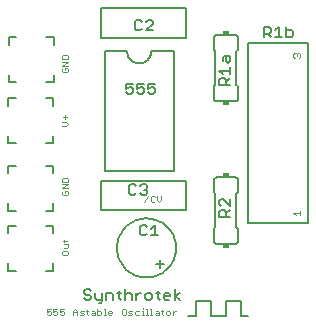
<source format=gto>
G75*
G70*
%OFA0B0*%
%FSLAX24Y24*%
%IPPOS*%
%LPD*%
%AMOC8*
5,1,8,0,0,1.08239X$1,22.5*
%
%ADD10C,0.0060*%
%ADD11C,0.0050*%
%ADD12C,0.0040*%
%ADD13R,0.0200X0.0150*%
%ADD14C,0.0020*%
D10*
X000681Y001851D02*
X000681Y002101D01*
X000681Y001851D02*
X000931Y001851D01*
X001931Y001851D02*
X002181Y001851D01*
X002181Y002101D01*
X002181Y003101D02*
X002181Y003351D01*
X001931Y003351D01*
X001931Y003851D02*
X002181Y003851D01*
X002181Y004101D01*
X002181Y005101D02*
X002181Y005351D01*
X001931Y005351D01*
X001931Y006101D02*
X002181Y006101D01*
X002181Y006351D01*
X002181Y007351D02*
X002181Y007601D01*
X001931Y007601D01*
X001945Y008133D02*
X002195Y008133D01*
X002195Y008383D01*
X002195Y009383D02*
X002195Y009633D01*
X001945Y009633D01*
X000945Y009633D02*
X000695Y009633D01*
X000695Y009383D01*
X000695Y008383D02*
X000695Y008133D01*
X000945Y008133D01*
X000931Y007601D02*
X000681Y007601D01*
X000681Y007351D01*
X000681Y006351D02*
X000681Y006101D01*
X000931Y006101D01*
X000931Y005351D02*
X000681Y005351D01*
X000681Y005101D01*
X000681Y004101D02*
X000681Y003851D01*
X000931Y003851D01*
X000931Y003351D02*
X000681Y003351D01*
X000681Y003101D01*
X003211Y001164D02*
X003211Y001108D01*
X003268Y001051D01*
X003382Y001051D01*
X003438Y000994D01*
X003438Y000937D01*
X003382Y000881D01*
X003268Y000881D01*
X003211Y000937D01*
X003211Y001164D02*
X003268Y001221D01*
X003382Y001221D01*
X003438Y001164D01*
X003580Y001108D02*
X003580Y000937D01*
X003636Y000881D01*
X003807Y000881D01*
X003807Y000824D02*
X003750Y000767D01*
X003693Y000767D01*
X003807Y000824D02*
X003807Y001108D01*
X003948Y001108D02*
X004118Y001108D01*
X004175Y001051D01*
X004175Y000881D01*
X004373Y000937D02*
X004373Y001164D01*
X004316Y001108D02*
X004430Y001108D01*
X004562Y001051D02*
X004619Y001108D01*
X004732Y001108D01*
X004789Y001051D01*
X004789Y000881D01*
X004930Y000881D02*
X004930Y001108D01*
X004930Y000994D02*
X005044Y001108D01*
X005100Y001108D01*
X005237Y001051D02*
X005237Y000937D01*
X005294Y000881D01*
X005407Y000881D01*
X005464Y000937D01*
X005464Y001051D01*
X005407Y001108D01*
X005294Y001108D01*
X005237Y001051D01*
X005605Y001108D02*
X005719Y001108D01*
X005662Y001164D02*
X005662Y000937D01*
X005719Y000881D01*
X005851Y000937D02*
X005851Y001051D01*
X005908Y001108D01*
X006021Y001108D01*
X006078Y001051D01*
X006078Y000994D01*
X005851Y000994D01*
X005851Y000937D02*
X005908Y000881D01*
X006021Y000881D01*
X006219Y000881D02*
X006219Y001221D01*
X006389Y001108D02*
X006219Y000994D01*
X006389Y000881D01*
X005733Y001943D02*
X005733Y002193D01*
X005603Y002063D02*
X005863Y002063D01*
X004299Y002603D02*
X004301Y002665D01*
X004307Y002728D01*
X004317Y002789D01*
X004331Y002850D01*
X004348Y002910D01*
X004369Y002969D01*
X004395Y003026D01*
X004423Y003081D01*
X004455Y003135D01*
X004491Y003186D01*
X004529Y003236D01*
X004571Y003282D01*
X004615Y003326D01*
X004663Y003367D01*
X004712Y003405D01*
X004764Y003439D01*
X004818Y003470D01*
X004874Y003498D01*
X004932Y003522D01*
X004991Y003543D01*
X005051Y003559D01*
X005112Y003572D01*
X005174Y003581D01*
X005236Y003586D01*
X005299Y003587D01*
X005361Y003584D01*
X005423Y003577D01*
X005485Y003566D01*
X005545Y003551D01*
X005605Y003533D01*
X005663Y003511D01*
X005720Y003485D01*
X005775Y003455D01*
X005828Y003422D01*
X005879Y003386D01*
X005927Y003347D01*
X005973Y003304D01*
X006016Y003259D01*
X006056Y003211D01*
X006093Y003161D01*
X006127Y003108D01*
X006158Y003054D01*
X006184Y002998D01*
X006208Y002940D01*
X006227Y002880D01*
X006243Y002820D01*
X006255Y002758D01*
X006263Y002697D01*
X006267Y002634D01*
X006267Y002572D01*
X006263Y002509D01*
X006255Y002448D01*
X006243Y002386D01*
X006227Y002326D01*
X006208Y002266D01*
X006184Y002208D01*
X006158Y002152D01*
X006127Y002098D01*
X006093Y002045D01*
X006056Y001995D01*
X006016Y001947D01*
X005973Y001902D01*
X005927Y001859D01*
X005879Y001820D01*
X005828Y001784D01*
X005775Y001751D01*
X005720Y001721D01*
X005663Y001695D01*
X005605Y001673D01*
X005545Y001655D01*
X005485Y001640D01*
X005423Y001629D01*
X005361Y001622D01*
X005299Y001619D01*
X005236Y001620D01*
X005174Y001625D01*
X005112Y001634D01*
X005051Y001647D01*
X004991Y001663D01*
X004932Y001684D01*
X004874Y001708D01*
X004818Y001736D01*
X004764Y001767D01*
X004712Y001801D01*
X004663Y001839D01*
X004615Y001880D01*
X004571Y001924D01*
X004529Y001970D01*
X004491Y002020D01*
X004455Y002071D01*
X004423Y002125D01*
X004395Y002180D01*
X004369Y002237D01*
X004348Y002296D01*
X004331Y002356D01*
X004317Y002417D01*
X004307Y002478D01*
X004301Y002541D01*
X004299Y002603D01*
X005079Y003080D02*
X005136Y003024D01*
X005249Y003024D01*
X005306Y003080D01*
X005447Y003024D02*
X005674Y003024D01*
X005561Y003024D02*
X005561Y003364D01*
X005447Y003251D01*
X005306Y003307D02*
X005249Y003364D01*
X005136Y003364D01*
X005079Y003307D01*
X005079Y003080D01*
X005136Y004381D02*
X005080Y004437D01*
X005136Y004381D02*
X005250Y004381D01*
X005307Y004437D01*
X005307Y004494D01*
X005250Y004551D01*
X005193Y004551D01*
X005250Y004551D02*
X005307Y004608D01*
X005307Y004664D01*
X005250Y004721D01*
X005136Y004721D01*
X005080Y004664D01*
X004938Y004664D02*
X004882Y004721D01*
X004768Y004721D01*
X004711Y004664D01*
X004711Y004437D01*
X004768Y004381D01*
X004882Y004381D01*
X004938Y004437D01*
X003884Y005167D02*
X006184Y005167D01*
X006184Y009167D01*
X005434Y009167D01*
X005432Y009128D01*
X005426Y009089D01*
X005417Y009051D01*
X005404Y009014D01*
X005387Y008978D01*
X005367Y008945D01*
X005343Y008913D01*
X005317Y008884D01*
X005288Y008858D01*
X005256Y008834D01*
X005223Y008814D01*
X005187Y008797D01*
X005150Y008784D01*
X005112Y008775D01*
X005073Y008769D01*
X005034Y008767D01*
X004995Y008769D01*
X004956Y008775D01*
X004918Y008784D01*
X004881Y008797D01*
X004845Y008814D01*
X004812Y008834D01*
X004780Y008858D01*
X004751Y008884D01*
X004725Y008913D01*
X004701Y008945D01*
X004681Y008978D01*
X004664Y009014D01*
X004651Y009051D01*
X004642Y009089D01*
X004636Y009128D01*
X004634Y009167D01*
X003884Y009167D01*
X003884Y005167D01*
X003771Y004839D02*
X006592Y004839D01*
X006592Y003863D01*
X003771Y003863D01*
X003771Y004839D01*
X004663Y007731D02*
X004606Y007787D01*
X004663Y007731D02*
X004777Y007731D01*
X004833Y007787D01*
X004833Y007901D01*
X004777Y007958D01*
X004720Y007958D01*
X004606Y007901D01*
X004606Y008071D01*
X004833Y008071D01*
X004975Y008071D02*
X004975Y007901D01*
X005088Y007958D01*
X005145Y007958D01*
X005202Y007901D01*
X005202Y007787D01*
X005145Y007731D01*
X005031Y007731D01*
X004975Y007787D01*
X004975Y008071D02*
X005202Y008071D01*
X005343Y008071D02*
X005343Y007901D01*
X005457Y007958D01*
X005513Y007958D01*
X005570Y007901D01*
X005570Y007787D01*
X005513Y007731D01*
X005400Y007731D01*
X005343Y007787D01*
X005343Y008071D02*
X005570Y008071D01*
X006592Y009613D02*
X006592Y010589D01*
X003771Y010589D01*
X003771Y009613D01*
X006592Y009613D01*
X007531Y009607D02*
X007531Y009207D01*
X007581Y009157D01*
X007581Y008044D01*
X007531Y007994D01*
X007531Y007594D01*
X007533Y007577D01*
X007537Y007560D01*
X007544Y007544D01*
X007554Y007530D01*
X007567Y007517D01*
X007581Y007507D01*
X007597Y007500D01*
X007614Y007496D01*
X007631Y007494D01*
X008231Y007494D01*
X008248Y007496D01*
X008265Y007500D01*
X008281Y007507D01*
X008295Y007517D01*
X008308Y007530D01*
X008318Y007544D01*
X008325Y007560D01*
X008329Y007577D01*
X008331Y007594D01*
X008331Y007994D01*
X008281Y008044D01*
X008281Y009157D01*
X008331Y009207D01*
X008331Y009607D01*
X008329Y009624D01*
X008325Y009641D01*
X008318Y009657D01*
X008308Y009671D01*
X008295Y009684D01*
X008281Y009694D01*
X008265Y009701D01*
X008248Y009705D01*
X008231Y009707D01*
X007631Y009707D01*
X007614Y009705D01*
X007597Y009701D01*
X007581Y009694D01*
X007567Y009684D01*
X007554Y009671D01*
X007544Y009657D01*
X007537Y009641D01*
X007533Y009624D01*
X007531Y009607D01*
X007881Y008989D02*
X007825Y008933D01*
X007825Y008819D01*
X007938Y008819D02*
X007938Y008989D01*
X007881Y008989D02*
X008051Y008989D01*
X008051Y008819D01*
X007995Y008762D01*
X007938Y008819D01*
X008051Y008621D02*
X008051Y008394D01*
X008051Y008508D02*
X007711Y008508D01*
X007825Y008394D01*
X007881Y008253D02*
X007768Y008253D01*
X007711Y008196D01*
X007711Y008026D01*
X008051Y008026D01*
X007938Y008026D02*
X007938Y008196D01*
X007881Y008253D01*
X007938Y008139D02*
X008051Y008253D01*
X009211Y009631D02*
X009211Y009971D01*
X009382Y009971D01*
X009438Y009914D01*
X009438Y009801D01*
X009382Y009744D01*
X009211Y009744D01*
X009325Y009744D02*
X009438Y009631D01*
X009580Y009631D02*
X009807Y009631D01*
X009693Y009631D02*
X009693Y009971D01*
X009580Y009858D01*
X009948Y009858D02*
X010118Y009858D01*
X010175Y009801D01*
X010175Y009687D01*
X010118Y009631D01*
X009948Y009631D01*
X009948Y009971D01*
X005487Y010082D02*
X005487Y010138D01*
X005430Y010195D01*
X005317Y010195D01*
X005260Y010138D01*
X005119Y010138D02*
X005062Y010195D01*
X004949Y010195D01*
X004892Y010138D01*
X004892Y009911D01*
X004949Y009855D01*
X005062Y009855D01*
X005119Y009911D01*
X005260Y009855D02*
X005487Y010082D01*
X005487Y009855D02*
X005260Y009855D01*
X007631Y004957D02*
X008231Y004957D01*
X008248Y004955D01*
X008265Y004951D01*
X008281Y004944D01*
X008295Y004934D01*
X008308Y004921D01*
X008318Y004907D01*
X008325Y004891D01*
X008329Y004874D01*
X008331Y004857D01*
X008331Y004457D01*
X008281Y004407D01*
X008281Y003294D01*
X008331Y003244D01*
X008331Y002844D01*
X008329Y002827D01*
X008325Y002810D01*
X008318Y002794D01*
X008308Y002780D01*
X008295Y002767D01*
X008281Y002757D01*
X008265Y002750D01*
X008248Y002746D01*
X008231Y002744D01*
X007631Y002744D01*
X007614Y002746D01*
X007597Y002750D01*
X007581Y002757D01*
X007567Y002767D01*
X007554Y002780D01*
X007544Y002794D01*
X007537Y002810D01*
X007533Y002827D01*
X007531Y002844D01*
X007531Y003244D01*
X007581Y003294D01*
X007581Y004407D01*
X007531Y004457D01*
X007531Y004857D01*
X007533Y004874D01*
X007537Y004891D01*
X007544Y004907D01*
X007554Y004921D01*
X007567Y004934D01*
X007581Y004944D01*
X007597Y004951D01*
X007614Y004955D01*
X007631Y004957D01*
X007768Y004239D02*
X007711Y004183D01*
X007711Y004069D01*
X007768Y004012D01*
X007768Y003871D02*
X007711Y003814D01*
X007711Y003644D01*
X008051Y003644D01*
X007938Y003644D02*
X007938Y003814D01*
X007881Y003871D01*
X007768Y003871D01*
X007938Y003758D02*
X008051Y003871D01*
X008051Y004012D02*
X007825Y004239D01*
X007768Y004239D01*
X008051Y004239D02*
X008051Y004012D01*
X004562Y001221D02*
X004562Y000881D01*
X004430Y000881D02*
X004373Y000937D01*
X003948Y000881D02*
X003948Y001108D01*
D11*
X006681Y000351D02*
X006931Y000351D01*
X006931Y000851D01*
X007431Y000851D01*
X007431Y000351D01*
X007931Y000351D01*
X007931Y000851D01*
X008431Y000851D01*
X008431Y000351D01*
X008681Y000351D01*
X008660Y003434D02*
X010660Y003434D01*
X010660Y009434D01*
X008660Y009434D01*
X008660Y003434D01*
D12*
X006250Y000504D02*
X006217Y000504D01*
X006150Y000437D01*
X006150Y000371D02*
X006150Y000504D01*
X006063Y000471D02*
X006029Y000504D01*
X005962Y000504D01*
X005929Y000471D01*
X005929Y000404D01*
X005962Y000371D01*
X006029Y000371D01*
X006063Y000404D01*
X006063Y000471D01*
X005849Y000504D02*
X005782Y000504D01*
X005815Y000538D02*
X005815Y000404D01*
X005849Y000371D01*
X005694Y000371D02*
X005594Y000371D01*
X005561Y000404D01*
X005594Y000437D01*
X005694Y000437D01*
X005694Y000471D02*
X005694Y000371D01*
X005694Y000471D02*
X005661Y000504D01*
X005594Y000504D01*
X005447Y000571D02*
X005447Y000371D01*
X005414Y000371D02*
X005480Y000371D01*
X005333Y000371D02*
X005266Y000371D01*
X005300Y000371D02*
X005300Y000571D01*
X005266Y000571D01*
X005152Y000571D02*
X005152Y000604D01*
X005152Y000504D02*
X005152Y000371D01*
X005119Y000371D02*
X005186Y000371D01*
X005152Y000504D02*
X005119Y000504D01*
X005031Y000504D02*
X004931Y000504D01*
X004898Y000471D01*
X004898Y000404D01*
X004931Y000371D01*
X005031Y000371D01*
X004810Y000404D02*
X004777Y000437D01*
X004710Y000437D01*
X004677Y000471D01*
X004710Y000504D01*
X004810Y000504D01*
X004810Y000404D02*
X004777Y000371D01*
X004677Y000371D01*
X004589Y000404D02*
X004589Y000538D01*
X004556Y000571D01*
X004489Y000571D01*
X004456Y000538D01*
X004456Y000404D01*
X004489Y000371D01*
X004556Y000371D01*
X004589Y000404D01*
X004147Y000437D02*
X004014Y000437D01*
X004014Y000404D02*
X004014Y000471D01*
X004047Y000504D01*
X004114Y000504D01*
X004147Y000471D01*
X004147Y000437D01*
X004114Y000371D02*
X004047Y000371D01*
X004014Y000404D01*
X003933Y000371D02*
X003867Y000371D01*
X003900Y000371D02*
X003900Y000571D01*
X003867Y000571D01*
X003779Y000471D02*
X003746Y000504D01*
X003646Y000504D01*
X003646Y000571D02*
X003646Y000371D01*
X003746Y000371D01*
X003779Y000404D01*
X003779Y000471D01*
X003558Y000471D02*
X003558Y000371D01*
X003458Y000371D01*
X003425Y000404D01*
X003458Y000437D01*
X003558Y000437D01*
X003558Y000471D02*
X003525Y000504D01*
X003458Y000504D01*
X003344Y000504D02*
X003277Y000504D01*
X003311Y000538D02*
X003311Y000404D01*
X003344Y000371D01*
X003190Y000404D02*
X003156Y000437D01*
X003090Y000437D01*
X003056Y000471D01*
X003090Y000504D01*
X003190Y000504D01*
X003190Y000404D02*
X003156Y000371D01*
X003056Y000371D01*
X002969Y000371D02*
X002969Y000504D01*
X002902Y000571D01*
X002835Y000504D01*
X002835Y000371D01*
X002835Y000471D02*
X002969Y000471D01*
X002527Y000471D02*
X002527Y000404D01*
X002493Y000371D01*
X002427Y000371D01*
X002393Y000404D01*
X002393Y000471D02*
X002460Y000504D01*
X002493Y000504D01*
X002527Y000471D01*
X002527Y000571D02*
X002393Y000571D01*
X002393Y000471D01*
X002306Y000471D02*
X002272Y000504D01*
X002239Y000504D01*
X002172Y000471D01*
X002172Y000571D01*
X002306Y000571D01*
X002306Y000471D02*
X002306Y000404D01*
X002272Y000371D01*
X002206Y000371D01*
X002172Y000404D01*
X002085Y000404D02*
X002051Y000371D01*
X001985Y000371D01*
X001951Y000404D01*
X001951Y000471D02*
X002018Y000504D01*
X002051Y000504D01*
X002085Y000471D01*
X002085Y000404D01*
X001951Y000471D02*
X001951Y000571D01*
X002085Y000571D01*
X002495Y002371D02*
X002628Y002371D01*
X002661Y002404D01*
X002661Y002471D01*
X002628Y002504D01*
X002495Y002504D01*
X002461Y002471D01*
X002461Y002404D01*
X002495Y002371D01*
X002528Y002592D02*
X002628Y002592D01*
X002661Y002625D01*
X002661Y002725D01*
X002528Y002725D01*
X002528Y002813D02*
X002528Y002879D01*
X002495Y002846D02*
X002628Y002846D01*
X002661Y002879D01*
X002628Y004371D02*
X002495Y004371D01*
X002461Y004404D01*
X002461Y004471D01*
X002495Y004504D01*
X002561Y004504D02*
X002561Y004437D01*
X002561Y004504D02*
X002628Y004504D01*
X002661Y004471D01*
X002661Y004404D01*
X002628Y004371D01*
X002661Y004592D02*
X002461Y004592D01*
X002661Y004725D01*
X002461Y004725D01*
X002461Y004813D02*
X002461Y004913D01*
X002495Y004946D01*
X002628Y004946D01*
X002661Y004913D01*
X002661Y004813D01*
X002461Y004813D01*
X002451Y006679D02*
X002585Y006679D01*
X002651Y006746D01*
X002585Y006812D01*
X002451Y006812D01*
X002551Y006900D02*
X002551Y007033D01*
X002485Y006966D02*
X002618Y006966D01*
X002618Y008458D02*
X002485Y008458D01*
X002451Y008491D01*
X002451Y008558D01*
X002485Y008591D01*
X002551Y008591D02*
X002551Y008525D01*
X002551Y008591D02*
X002618Y008591D01*
X002651Y008558D01*
X002651Y008491D01*
X002618Y008458D01*
X002651Y008679D02*
X002451Y008679D01*
X002651Y008812D01*
X002451Y008812D01*
X002451Y008900D02*
X002451Y009000D01*
X002485Y009033D01*
X002618Y009033D01*
X002651Y009000D01*
X002651Y008900D01*
X002451Y008900D01*
X005335Y004321D02*
X005201Y004121D01*
X005422Y004154D02*
X005422Y004288D01*
X005456Y004321D01*
X005522Y004321D01*
X005556Y004288D01*
X005643Y004321D02*
X005643Y004187D01*
X005710Y004121D01*
X005777Y004187D01*
X005777Y004321D01*
X005556Y004154D02*
X005522Y004121D01*
X005456Y004121D01*
X005422Y004154D01*
X005414Y000571D02*
X005447Y000571D01*
D13*
X007931Y002669D03*
X007931Y005032D03*
X007931Y007419D03*
X007931Y009782D03*
D14*
X010180Y009054D02*
X010180Y008981D01*
X010217Y008944D01*
X010290Y009017D02*
X010290Y009054D01*
X010327Y009091D01*
X010364Y009091D01*
X010400Y009054D01*
X010400Y008981D01*
X010364Y008944D01*
X010290Y009054D02*
X010254Y009091D01*
X010217Y009091D01*
X010180Y009054D01*
X010400Y003841D02*
X010400Y003694D01*
X010400Y003767D02*
X010180Y003767D01*
X010254Y003694D01*
M02*

</source>
